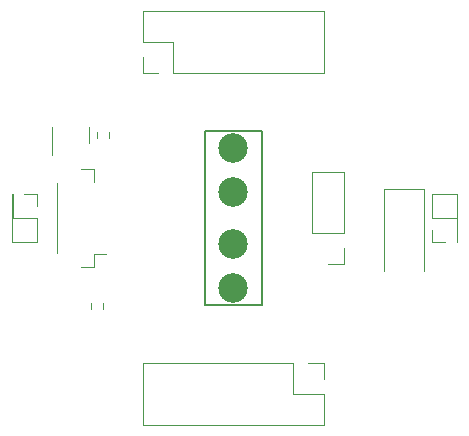
<source format=gbr>
%TF.GenerationSoftware,KiCad,Pcbnew,7.0.5*%
%TF.CreationDate,2023-06-08T00:56:16-04:00*%
%TF.ProjectId,INDICATOR,494e4449-4341-4544-9f52-2e6b69636164,rev?*%
%TF.SameCoordinates,Original*%
%TF.FileFunction,Legend,Top*%
%TF.FilePolarity,Positive*%
%FSLAX46Y46*%
G04 Gerber Fmt 4.6, Leading zero omitted, Abs format (unit mm)*
G04 Created by KiCad (PCBNEW 7.0.5) date 2023-06-08 00:56:16*
%MOMM*%
%LPD*%
G01*
G04 APERTURE LIST*
%ADD10C,0.200000*%
%ADD11C,0.120000*%
%ADD12C,2.500000*%
G04 APERTURE END LIST*
D10*
%TO.C,U1*%
X152535000Y-92758621D02*
X147785000Y-92758621D01*
X147785000Y-92758621D02*
X147785000Y-107438621D01*
X152535000Y-107438621D02*
X152535000Y-92758621D01*
X147785000Y-107438621D02*
X152535000Y-107438621D01*
D11*
%TO.C,J3*%
X167000000Y-102164610D02*
X167000000Y-101104610D01*
X168060000Y-102164610D02*
X167000000Y-102164610D01*
X169060000Y-102164610D02*
X169120000Y-102164610D01*
X169060000Y-102164610D02*
X169060000Y-100104610D01*
X169120000Y-102164610D02*
X169120000Y-98044610D01*
X167000000Y-100104610D02*
X167000000Y-98044610D01*
X169060000Y-100104610D02*
X167000000Y-100104610D01*
X167000000Y-98044610D02*
X169120000Y-98044610D01*
%TO.C,SW1*%
X159490000Y-103953621D02*
X158160000Y-103953621D01*
X159490000Y-102623621D02*
X159490000Y-103953621D01*
X159490000Y-101353621D02*
X159490000Y-96213621D01*
X159490000Y-101353621D02*
X156830000Y-101353621D01*
X159490000Y-96213621D02*
X156830000Y-96213621D01*
X156830000Y-101353621D02*
X156830000Y-96213621D01*
%TO.C,R2*%
X139652500Y-92843897D02*
X139652500Y-93353345D01*
X138607500Y-92843897D02*
X138607500Y-93353345D01*
%TO.C,J1*%
X142480000Y-87795599D02*
X142480000Y-86465599D01*
X143810000Y-87795599D02*
X142480000Y-87795599D01*
X145080000Y-87795599D02*
X157840000Y-87795599D01*
X145080000Y-87795599D02*
X145080000Y-85195599D01*
X157840000Y-87795599D02*
X157840000Y-82595599D01*
X142480000Y-85195599D02*
X142480000Y-82595599D01*
X145080000Y-85195599D02*
X142480000Y-85195599D01*
X142480000Y-82595599D02*
X157840000Y-82595599D01*
%TO.C,J2*%
X157840000Y-112413621D02*
X157840000Y-113743621D01*
X156510000Y-112413621D02*
X157840000Y-112413621D01*
X155240000Y-112413621D02*
X142480000Y-112413621D01*
X155240000Y-112413621D02*
X155240000Y-115013621D01*
X142480000Y-112413621D02*
X142480000Y-117613621D01*
X157840000Y-115013621D02*
X157840000Y-117613621D01*
X155240000Y-115013621D02*
X157840000Y-115013621D01*
X157840000Y-117613621D02*
X142480000Y-117613621D01*
%TO.C,R1*%
X138062500Y-107823345D02*
X138062500Y-107313897D01*
X139107500Y-107823345D02*
X139107500Y-107313897D01*
%TO.C,J4*%
X133520000Y-98038621D02*
X133520000Y-99098621D01*
X132460000Y-98038621D02*
X133520000Y-98038621D01*
X131460000Y-98038621D02*
X131400000Y-98038621D01*
X131460000Y-98038621D02*
X131460000Y-100098621D01*
X131400000Y-98038621D02*
X131400000Y-102158621D01*
X133520000Y-100098621D02*
X133520000Y-102158621D01*
X131460000Y-100098621D02*
X133520000Y-100098621D01*
X133520000Y-102158621D02*
X131400000Y-102158621D01*
%TO.C,J6*%
X137220000Y-104208621D02*
X138370000Y-104208621D01*
X138370000Y-104208621D02*
X138370000Y-103158621D01*
X138370000Y-103158621D02*
X139360000Y-103158621D01*
X135250000Y-103038621D02*
X135250000Y-97158621D01*
X137220000Y-95988621D02*
X138370000Y-95988621D01*
X138370000Y-95988621D02*
X138370000Y-97038621D01*
%TO.C,C1*%
X166320000Y-97639610D02*
X162900000Y-97639610D01*
X162900000Y-97639610D02*
X162900000Y-104574610D01*
X166320000Y-104574610D02*
X166320000Y-97639610D01*
%TO.C,Q1*%
X134800000Y-93061121D02*
X134800000Y-94736121D01*
X134800000Y-93061121D02*
X134800000Y-92411121D01*
X137920000Y-93061121D02*
X137920000Y-93711121D01*
X137920000Y-93061121D02*
X137920000Y-92411121D01*
%TD*%
D12*
%TO.C,U1*%
X150160000Y-94203621D03*
X150160000Y-97863621D03*
X150160000Y-102333621D03*
X150160000Y-105993621D03*
%TD*%
M02*

</source>
